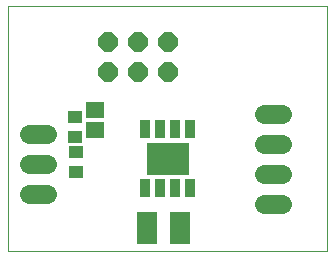
<source format=gbs>
G75*
%MOIN*%
%OFA0B0*%
%FSLAX24Y24*%
%IPPOS*%
%LPD*%
%AMOC8*
5,1,8,0,0,1.08239X$1,22.5*
%
%ADD10C,0.0000*%
%ADD11R,0.0670X0.1103*%
%ADD12R,0.0631X0.0552*%
%ADD13C,0.0640*%
%ADD14R,0.0356X0.0633*%
%ADD15R,0.1418X0.1064*%
%ADD16R,0.0473X0.0434*%
%ADD17OC8,0.0640*%
D10*
X000163Y000665D02*
X000163Y008814D01*
X010792Y008814D01*
X010792Y000665D01*
X000163Y000665D01*
D11*
X004789Y001417D03*
X005891Y001417D03*
D12*
X003060Y004704D03*
X003060Y005373D03*
D13*
X001463Y004558D02*
X000863Y004558D01*
X000863Y003558D02*
X001463Y003558D01*
X001463Y002558D02*
X000863Y002558D01*
X008709Y002216D02*
X009309Y002216D01*
X009309Y003216D02*
X008709Y003216D01*
X008709Y004216D02*
X009309Y004216D01*
X009309Y005216D02*
X008709Y005216D01*
D14*
X006229Y004722D03*
X005729Y004722D03*
X005229Y004722D03*
X004729Y004722D03*
X004729Y002755D03*
X005229Y002755D03*
X005729Y002755D03*
X006229Y002755D03*
D15*
X005481Y003740D03*
D16*
X002426Y003960D03*
X002387Y004460D03*
X002387Y005129D03*
X002426Y003291D03*
D17*
X003493Y006621D03*
X004493Y006621D03*
X005493Y006621D03*
X005493Y007621D03*
X004493Y007621D03*
X003493Y007621D03*
M02*

</source>
